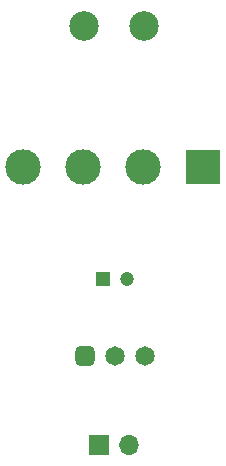
<source format=gbr>
G04 #@! TF.GenerationSoftware,KiCad,Pcbnew,8.0.4*
G04 #@! TF.CreationDate,2024-08-21T23:49:23-07:00*
G04 #@! TF.ProjectId,Physics IA,50687973-6963-4732-9049-412e6b696361,rev?*
G04 #@! TF.SameCoordinates,Original*
G04 #@! TF.FileFunction,Copper,L2,Bot*
G04 #@! TF.FilePolarity,Positive*
%FSLAX46Y46*%
G04 Gerber Fmt 4.6, Leading zero omitted, Abs format (unit mm)*
G04 Created by KiCad (PCBNEW 8.0.4) date 2024-08-21 23:49:23*
%MOMM*%
%LPD*%
G01*
G04 APERTURE LIST*
G04 Aperture macros list*
%AMRoundRect*
0 Rectangle with rounded corners*
0 $1 Rounding radius*
0 $2 $3 $4 $5 $6 $7 $8 $9 X,Y pos of 4 corners*
0 Add a 4 corners polygon primitive as box body*
4,1,4,$2,$3,$4,$5,$6,$7,$8,$9,$2,$3,0*
0 Add four circle primitives for the rounded corners*
1,1,$1+$1,$2,$3*
1,1,$1+$1,$4,$5*
1,1,$1+$1,$6,$7*
1,1,$1+$1,$8,$9*
0 Add four rect primitives between the rounded corners*
20,1,$1+$1,$2,$3,$4,$5,0*
20,1,$1+$1,$4,$5,$6,$7,0*
20,1,$1+$1,$6,$7,$8,$9,0*
20,1,$1+$1,$8,$9,$2,$3,0*%
G04 Aperture macros list end*
G04 #@! TA.AperFunction,ComponentPad*
%ADD10RoundRect,0.412500X-0.412500X-0.412500X0.412500X-0.412500X0.412500X0.412500X-0.412500X0.412500X0*%
G04 #@! TD*
G04 #@! TA.AperFunction,ComponentPad*
%ADD11C,1.650000*%
G04 #@! TD*
G04 #@! TA.AperFunction,ComponentPad*
%ADD12C,2.500000*%
G04 #@! TD*
G04 #@! TA.AperFunction,ComponentPad*
%ADD13R,1.700000X1.700000*%
G04 #@! TD*
G04 #@! TA.AperFunction,ComponentPad*
%ADD14O,1.700000X1.700000*%
G04 #@! TD*
G04 #@! TA.AperFunction,ComponentPad*
%ADD15R,3.000000X3.000000*%
G04 #@! TD*
G04 #@! TA.AperFunction,ComponentPad*
%ADD16C,3.000000*%
G04 #@! TD*
G04 #@! TA.AperFunction,ComponentPad*
%ADD17R,1.200000X1.200000*%
G04 #@! TD*
G04 #@! TA.AperFunction,ComponentPad*
%ADD18C,1.200000*%
G04 #@! TD*
G04 APERTURE END LIST*
D10*
X133987402Y-94080000D03*
D11*
X136527402Y-94080000D03*
X139067402Y-94080000D03*
D12*
X133920000Y-66080000D03*
X139000000Y-66080000D03*
D13*
X135225000Y-101580000D03*
D14*
X137765000Y-101580000D03*
D15*
X144000000Y-78080000D03*
D16*
X138920000Y-78080000D03*
X133840000Y-78080000D03*
X128760000Y-78080000D03*
D17*
X135527401Y-87580000D03*
D18*
X137527402Y-87580000D03*
M02*

</source>
